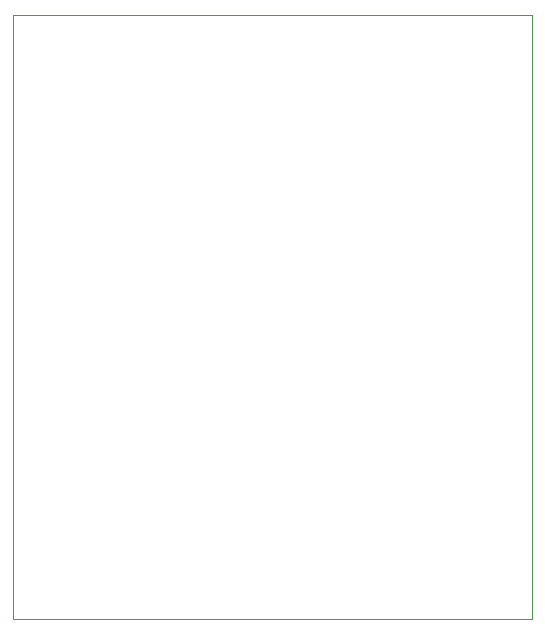
<source format=gbr>
%TF.GenerationSoftware,KiCad,Pcbnew,(5.1.6)-1*%
%TF.CreationDate,2020-11-23T20:23:35+01:00*%
%TF.ProjectId,h-bridge-2,682d6272-6964-4676-952d-322e6b696361,rev?*%
%TF.SameCoordinates,PX670dd60PY59b16d0*%
%TF.FileFunction,Profile,NP*%
%FSLAX46Y46*%
G04 Gerber Fmt 4.6, Leading zero omitted, Abs format (unit mm)*
G04 Created by KiCad (PCBNEW (5.1.6)-1) date 2020-11-23 20:23:35*
%MOMM*%
%LPD*%
G01*
G04 APERTURE LIST*
%TA.AperFunction,Profile*%
%ADD10C,0.050000*%
%TD*%
G04 APERTURE END LIST*
D10*
X43940000Y0D02*
X0Y0D01*
X43940000Y51080000D02*
X43940000Y0D01*
X0Y51080000D02*
X43940000Y51080000D01*
X0Y0D02*
X0Y51080000D01*
M02*

</source>
